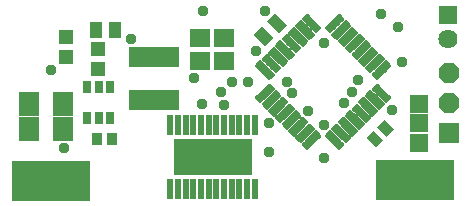
<source format=gbr>
G04 EAGLE Gerber RS-274X export*
G75*
%MOMM*%
%FSLAX34Y34*%
%LPD*%
%INSoldermask Top*%
%IPPOS*%
%AMOC8*
5,1,8,0,0,1.08239X$1,22.5*%
G01*
%ADD10C,0.338938*%
%ADD11R,4.191000X1.701800*%
%ADD12R,0.720400X1.099300*%
%ADD13R,0.903200X1.103200*%
%ADD14R,1.727200X1.727200*%
%ADD15P,1.869504X8X112.500000*%
%ADD16R,6.654800X3.454400*%
%ADD17R,1.803200X2.003200*%
%ADD18R,1.703200X1.503200*%
%ADD19R,0.558000X1.658100*%
%ADD20R,6.705600X3.073400*%
%ADD21R,1.303200X1.203200*%
%ADD22R,1.003200X1.403200*%
%ADD23R,1.503200X1.503200*%
%ADD24R,1.625600X1.625600*%
%ADD25C,1.625600*%
%ADD26C,0.959600*%


D10*
X267554Y153514D02*
X257200Y163868D01*
X260130Y166798D01*
X270484Y156444D01*
X267554Y153514D01*
X270194Y156734D02*
X264334Y156734D01*
X266974Y159954D02*
X261114Y159954D01*
X263754Y163174D02*
X257894Y163174D01*
X259726Y166394D02*
X260534Y166394D01*
X251543Y158211D02*
X261897Y147857D01*
X251543Y158211D02*
X254473Y161141D01*
X264827Y150787D01*
X261897Y147857D01*
X264537Y151077D02*
X258677Y151077D01*
X261317Y154297D02*
X255457Y154297D01*
X258097Y157517D02*
X252237Y157517D01*
X254069Y160737D02*
X254877Y160737D01*
X245886Y152554D02*
X256240Y142200D01*
X245886Y152554D02*
X248816Y155484D01*
X259170Y145130D01*
X256240Y142200D01*
X258880Y145420D02*
X253020Y145420D01*
X255660Y148640D02*
X249800Y148640D01*
X252440Y151860D02*
X246580Y151860D01*
X248412Y155080D02*
X249220Y155080D01*
X240229Y146897D02*
X250583Y136543D01*
X240229Y146897D02*
X243159Y149827D01*
X253513Y139473D01*
X250583Y136543D01*
X253223Y139763D02*
X247363Y139763D01*
X250003Y142983D02*
X244143Y142983D01*
X246783Y146203D02*
X240923Y146203D01*
X242755Y149423D02*
X243563Y149423D01*
X234573Y141241D02*
X244927Y130887D01*
X234573Y141241D02*
X237503Y144171D01*
X247857Y133817D01*
X244927Y130887D01*
X247567Y134107D02*
X241707Y134107D01*
X244347Y137327D02*
X238487Y137327D01*
X241127Y140547D02*
X235267Y140547D01*
X237099Y143767D02*
X237907Y143767D01*
X228916Y135584D02*
X239270Y125230D01*
X228916Y135584D02*
X231846Y138514D01*
X242200Y128160D01*
X239270Y125230D01*
X241910Y128450D02*
X236050Y128450D01*
X238690Y131670D02*
X232830Y131670D01*
X235470Y134890D02*
X229610Y134890D01*
X231442Y138110D02*
X232250Y138110D01*
X223259Y129927D02*
X233613Y119573D01*
X223259Y129927D02*
X226189Y132857D01*
X236543Y122503D01*
X233613Y119573D01*
X236253Y122793D02*
X230393Y122793D01*
X233033Y126013D02*
X227173Y126013D01*
X229813Y129233D02*
X223953Y129233D01*
X225785Y132453D02*
X226593Y132453D01*
X217602Y124270D02*
X227956Y113916D01*
X217602Y124270D02*
X220532Y127200D01*
X230886Y116846D01*
X227956Y113916D01*
X230596Y117136D02*
X224736Y117136D01*
X227376Y120356D02*
X221516Y120356D01*
X224156Y123576D02*
X218296Y123576D01*
X220128Y126796D02*
X220936Y126796D01*
X276716Y65156D02*
X287070Y54802D01*
X276716Y65156D02*
X279646Y68086D01*
X290000Y57732D01*
X287070Y54802D01*
X289710Y58022D02*
X283850Y58022D01*
X286490Y61242D02*
X280630Y61242D01*
X283270Y64462D02*
X277410Y64462D01*
X279242Y67682D02*
X280050Y67682D01*
X282373Y70813D02*
X292727Y60459D01*
X282373Y70813D02*
X285303Y73743D01*
X295657Y63389D01*
X292727Y60459D01*
X295367Y63679D02*
X289507Y63679D01*
X292147Y66899D02*
X286287Y66899D01*
X288927Y70119D02*
X283067Y70119D01*
X284899Y73339D02*
X285707Y73339D01*
X288030Y76470D02*
X298384Y66116D01*
X288030Y76470D02*
X290960Y79400D01*
X301314Y69046D01*
X298384Y66116D01*
X301024Y69336D02*
X295164Y69336D01*
X297804Y72556D02*
X291944Y72556D01*
X294584Y75776D02*
X288724Y75776D01*
X290556Y78996D02*
X291364Y78996D01*
X293687Y82127D02*
X304041Y71773D01*
X293687Y82127D02*
X296617Y85057D01*
X306971Y74703D01*
X304041Y71773D01*
X306681Y74993D02*
X300821Y74993D01*
X303461Y78213D02*
X297601Y78213D01*
X300241Y81433D02*
X294381Y81433D01*
X296213Y84653D02*
X297021Y84653D01*
X299343Y87783D02*
X309697Y77429D01*
X299343Y87783D02*
X302273Y90713D01*
X312627Y80359D01*
X309697Y77429D01*
X312337Y80649D02*
X306477Y80649D01*
X309117Y83869D02*
X303257Y83869D01*
X305897Y87089D02*
X300037Y87089D01*
X301869Y90309D02*
X302677Y90309D01*
X305000Y93440D02*
X315354Y83086D01*
X305000Y93440D02*
X307930Y96370D01*
X318284Y86016D01*
X315354Y83086D01*
X317994Y86306D02*
X312134Y86306D01*
X314774Y89526D02*
X308914Y89526D01*
X311554Y92746D02*
X305694Y92746D01*
X307526Y95966D02*
X308334Y95966D01*
X310657Y99097D02*
X321011Y88743D01*
X310657Y99097D02*
X313587Y102027D01*
X323941Y91673D01*
X321011Y88743D01*
X323651Y91963D02*
X317791Y91963D01*
X320431Y95183D02*
X314571Y95183D01*
X317211Y98403D02*
X311351Y98403D01*
X313183Y101623D02*
X313991Y101623D01*
X316314Y104754D02*
X326668Y94400D01*
X316314Y104754D02*
X319244Y107684D01*
X329598Y97330D01*
X326668Y94400D01*
X329308Y97620D02*
X323448Y97620D01*
X326088Y100840D02*
X320228Y100840D01*
X322868Y104060D02*
X317008Y104060D01*
X318840Y107280D02*
X319648Y107280D01*
X316314Y116846D02*
X326668Y127200D01*
X329598Y124270D01*
X319244Y113916D01*
X316314Y116846D01*
X316604Y117136D02*
X322464Y117136D01*
X319824Y120356D02*
X325684Y120356D01*
X323044Y123576D02*
X328904Y123576D01*
X327072Y126796D02*
X326264Y126796D01*
X321011Y132857D02*
X310657Y122503D01*
X321011Y132857D02*
X323941Y129927D01*
X313587Y119573D01*
X310657Y122503D01*
X310947Y122793D02*
X316807Y122793D01*
X314167Y126013D02*
X320027Y126013D01*
X317387Y129233D02*
X323247Y129233D01*
X321415Y132453D02*
X320607Y132453D01*
X315354Y138514D02*
X305000Y128160D01*
X315354Y138514D02*
X318284Y135584D01*
X307930Y125230D01*
X305000Y128160D01*
X305290Y128450D02*
X311150Y128450D01*
X308510Y131670D02*
X314370Y131670D01*
X311730Y134890D02*
X317590Y134890D01*
X315758Y138110D02*
X314950Y138110D01*
X309697Y144171D02*
X299343Y133817D01*
X309697Y144171D02*
X312627Y141241D01*
X302273Y130887D01*
X299343Y133817D01*
X299633Y134107D02*
X305493Y134107D01*
X302853Y137327D02*
X308713Y137327D01*
X306073Y140547D02*
X311933Y140547D01*
X310101Y143767D02*
X309293Y143767D01*
X304041Y149827D02*
X293687Y139473D01*
X304041Y149827D02*
X306971Y146897D01*
X296617Y136543D01*
X293687Y139473D01*
X293977Y139763D02*
X299837Y139763D01*
X297197Y142983D02*
X303057Y142983D01*
X300417Y146203D02*
X306277Y146203D01*
X304445Y149423D02*
X303637Y149423D01*
X298384Y155484D02*
X288030Y145130D01*
X298384Y155484D02*
X301314Y152554D01*
X290960Y142200D01*
X288030Y145130D01*
X288320Y145420D02*
X294180Y145420D01*
X291540Y148640D02*
X297400Y148640D01*
X294760Y151860D02*
X300620Y151860D01*
X298788Y155080D02*
X297980Y155080D01*
X292727Y161141D02*
X282373Y150787D01*
X292727Y161141D02*
X295657Y158211D01*
X285303Y147857D01*
X282373Y150787D01*
X282663Y151077D02*
X288523Y151077D01*
X285883Y154297D02*
X291743Y154297D01*
X289103Y157517D02*
X294963Y157517D01*
X293131Y160737D02*
X292323Y160737D01*
X287070Y166798D02*
X276716Y156444D01*
X287070Y166798D02*
X290000Y163868D01*
X279646Y153514D01*
X276716Y156444D01*
X277006Y156734D02*
X282866Y156734D01*
X280226Y159954D02*
X286086Y159954D01*
X283446Y163174D02*
X289306Y163174D01*
X287474Y166394D02*
X286666Y166394D01*
X227956Y107684D02*
X217602Y97330D01*
X227956Y107684D02*
X230886Y104754D01*
X220532Y94400D01*
X217602Y97330D01*
X217892Y97620D02*
X223752Y97620D01*
X221112Y100840D02*
X226972Y100840D01*
X224332Y104060D02*
X230192Y104060D01*
X228360Y107280D02*
X227552Y107280D01*
X233613Y102027D02*
X223259Y91673D01*
X233613Y102027D02*
X236543Y99097D01*
X226189Y88743D01*
X223259Y91673D01*
X223549Y91963D02*
X229409Y91963D01*
X226769Y95183D02*
X232629Y95183D01*
X229989Y98403D02*
X235849Y98403D01*
X234017Y101623D02*
X233209Y101623D01*
X239270Y96370D02*
X228916Y86016D01*
X239270Y96370D02*
X242200Y93440D01*
X231846Y83086D01*
X228916Y86016D01*
X229206Y86306D02*
X235066Y86306D01*
X232426Y89526D02*
X238286Y89526D01*
X235646Y92746D02*
X241506Y92746D01*
X239674Y95966D02*
X238866Y95966D01*
X244927Y90713D02*
X234573Y80359D01*
X244927Y90713D02*
X247857Y87783D01*
X237503Y77429D01*
X234573Y80359D01*
X234863Y80649D02*
X240723Y80649D01*
X238083Y83869D02*
X243943Y83869D01*
X241303Y87089D02*
X247163Y87089D01*
X245331Y90309D02*
X244523Y90309D01*
X250583Y85057D02*
X240229Y74703D01*
X250583Y85057D02*
X253513Y82127D01*
X243159Y71773D01*
X240229Y74703D01*
X240519Y74993D02*
X246379Y74993D01*
X243739Y78213D02*
X249599Y78213D01*
X246959Y81433D02*
X252819Y81433D01*
X250987Y84653D02*
X250179Y84653D01*
X256240Y79400D02*
X245886Y69046D01*
X256240Y79400D02*
X259170Y76470D01*
X248816Y66116D01*
X245886Y69046D01*
X246176Y69336D02*
X252036Y69336D01*
X249396Y72556D02*
X255256Y72556D01*
X252616Y75776D02*
X258476Y75776D01*
X256644Y78996D02*
X255836Y78996D01*
X261897Y73743D02*
X251543Y63389D01*
X261897Y73743D02*
X264827Y70813D01*
X254473Y60459D01*
X251543Y63389D01*
X251833Y63679D02*
X257693Y63679D01*
X255053Y66899D02*
X260913Y66899D01*
X258273Y70119D02*
X264133Y70119D01*
X262301Y73339D02*
X261493Y73339D01*
X267554Y68086D02*
X257200Y57732D01*
X267554Y68086D02*
X270484Y65156D01*
X260130Y54802D01*
X257200Y57732D01*
X257490Y58022D02*
X263350Y58022D01*
X260710Y61242D02*
X266570Y61242D01*
X263930Y64462D02*
X269790Y64462D01*
X267958Y67682D02*
X267150Y67682D01*
D11*
X130300Y131400D03*
X130300Y95400D03*
D12*
X93000Y106090D03*
X83500Y106090D03*
X74000Y106090D03*
X74000Y80111D03*
X83500Y80111D03*
X93000Y80111D03*
D13*
X82000Y62000D03*
X95000Y62000D03*
D14*
X379800Y67200D03*
D15*
X379800Y92600D03*
X379800Y118000D03*
D16*
X42800Y27100D03*
X351800Y27500D03*
D17*
X53000Y71000D03*
X25000Y71000D03*
X53000Y92000D03*
X25000Y92000D03*
D18*
X169000Y147500D03*
X169000Y128500D03*
X190000Y147500D03*
X190000Y128500D03*
D13*
G36*
X319503Y72303D02*
X325889Y78689D01*
X333689Y70889D01*
X327303Y64503D01*
X319503Y72303D01*
G37*
G36*
X310311Y63111D02*
X316697Y69497D01*
X324497Y61697D01*
X318111Y55311D01*
X310311Y63111D01*
G37*
D19*
X215750Y74213D03*
X209250Y74213D03*
X202750Y74213D03*
X196250Y74213D03*
X189750Y74213D03*
X183250Y74213D03*
X176750Y74213D03*
X170250Y74213D03*
X163750Y74213D03*
X157250Y74213D03*
X150750Y74213D03*
X144250Y74213D03*
X144250Y19787D03*
X150750Y19787D03*
X157250Y19787D03*
X163750Y19787D03*
X170250Y19787D03*
X176750Y19787D03*
X183250Y19787D03*
X189750Y19787D03*
X196250Y19787D03*
X202750Y19787D03*
X209250Y19787D03*
X215750Y19787D03*
D20*
X180000Y47000D03*
D21*
X83000Y138500D03*
X83000Y121500D03*
X56000Y131500D03*
X56000Y148500D03*
D22*
X81000Y155000D03*
X97000Y155000D03*
D23*
X355000Y76000D03*
X355000Y92000D03*
X355000Y59000D03*
D24*
X379000Y167000D03*
D25*
X379000Y147000D03*
D22*
G36*
X226150Y162071D02*
X233243Y169164D01*
X243164Y159243D01*
X236071Y152150D01*
X226150Y162071D01*
G37*
G36*
X214836Y150757D02*
X221929Y157850D01*
X231850Y147929D01*
X224757Y140836D01*
X214836Y150757D01*
G37*
D26*
X111000Y146912D03*
X54000Y55000D03*
X164000Y114000D03*
X43000Y121000D03*
X196500Y110500D03*
X228000Y76000D03*
X332000Y87000D03*
X217000Y137000D03*
X210000Y111000D03*
X247000Y101000D03*
X298000Y102000D03*
X228000Y51000D03*
X274000Y74000D03*
X261000Y86000D03*
X337000Y157000D03*
X323000Y168000D03*
X172000Y171000D03*
X224000Y170424D03*
X340000Y128000D03*
X190000Y91000D03*
X303000Y112000D03*
X274000Y144000D03*
X243000Y111000D03*
X171000Y92000D03*
X274000Y46506D03*
X291000Y93000D03*
X187000Y102000D03*
M02*

</source>
